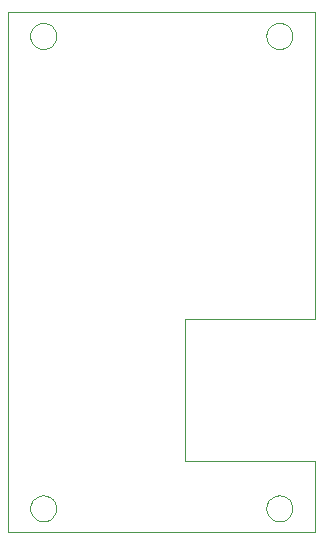
<source format=gko>
G75*
G70*
%OFA0B0*%
%FSLAX24Y24*%
%IPPOS*%
%LPD*%
%AMOC8*
5,1,8,0,0,1.08239X$1,22.5*
%
%ADD10C,0.0000*%
D10*
X003487Y002923D02*
X003487Y020246D01*
X013723Y020246D01*
X013723Y010009D01*
X009393Y010009D01*
X009393Y005285D01*
X013723Y005285D01*
X013723Y002923D01*
X003487Y002923D01*
X004235Y003710D02*
X004237Y003751D01*
X004243Y003792D01*
X004253Y003832D01*
X004266Y003871D01*
X004283Y003908D01*
X004304Y003944D01*
X004328Y003978D01*
X004355Y004009D01*
X004384Y004037D01*
X004417Y004063D01*
X004451Y004085D01*
X004488Y004104D01*
X004526Y004119D01*
X004566Y004131D01*
X004606Y004139D01*
X004647Y004143D01*
X004689Y004143D01*
X004730Y004139D01*
X004770Y004131D01*
X004810Y004119D01*
X004848Y004104D01*
X004884Y004085D01*
X004919Y004063D01*
X004952Y004037D01*
X004981Y004009D01*
X005008Y003978D01*
X005032Y003944D01*
X005053Y003908D01*
X005070Y003871D01*
X005083Y003832D01*
X005093Y003792D01*
X005099Y003751D01*
X005101Y003710D01*
X005099Y003669D01*
X005093Y003628D01*
X005083Y003588D01*
X005070Y003549D01*
X005053Y003512D01*
X005032Y003476D01*
X005008Y003442D01*
X004981Y003411D01*
X004952Y003383D01*
X004919Y003357D01*
X004885Y003335D01*
X004848Y003316D01*
X004810Y003301D01*
X004770Y003289D01*
X004730Y003281D01*
X004689Y003277D01*
X004647Y003277D01*
X004606Y003281D01*
X004566Y003289D01*
X004526Y003301D01*
X004488Y003316D01*
X004452Y003335D01*
X004417Y003357D01*
X004384Y003383D01*
X004355Y003411D01*
X004328Y003442D01*
X004304Y003476D01*
X004283Y003512D01*
X004266Y003549D01*
X004253Y003588D01*
X004243Y003628D01*
X004237Y003669D01*
X004235Y003710D01*
X012109Y003710D02*
X012111Y003751D01*
X012117Y003792D01*
X012127Y003832D01*
X012140Y003871D01*
X012157Y003908D01*
X012178Y003944D01*
X012202Y003978D01*
X012229Y004009D01*
X012258Y004037D01*
X012291Y004063D01*
X012325Y004085D01*
X012362Y004104D01*
X012400Y004119D01*
X012440Y004131D01*
X012480Y004139D01*
X012521Y004143D01*
X012563Y004143D01*
X012604Y004139D01*
X012644Y004131D01*
X012684Y004119D01*
X012722Y004104D01*
X012758Y004085D01*
X012793Y004063D01*
X012826Y004037D01*
X012855Y004009D01*
X012882Y003978D01*
X012906Y003944D01*
X012927Y003908D01*
X012944Y003871D01*
X012957Y003832D01*
X012967Y003792D01*
X012973Y003751D01*
X012975Y003710D01*
X012973Y003669D01*
X012967Y003628D01*
X012957Y003588D01*
X012944Y003549D01*
X012927Y003512D01*
X012906Y003476D01*
X012882Y003442D01*
X012855Y003411D01*
X012826Y003383D01*
X012793Y003357D01*
X012759Y003335D01*
X012722Y003316D01*
X012684Y003301D01*
X012644Y003289D01*
X012604Y003281D01*
X012563Y003277D01*
X012521Y003277D01*
X012480Y003281D01*
X012440Y003289D01*
X012400Y003301D01*
X012362Y003316D01*
X012326Y003335D01*
X012291Y003357D01*
X012258Y003383D01*
X012229Y003411D01*
X012202Y003442D01*
X012178Y003476D01*
X012157Y003512D01*
X012140Y003549D01*
X012127Y003588D01*
X012117Y003628D01*
X012111Y003669D01*
X012109Y003710D01*
X013727Y014057D02*
X013727Y018457D01*
X012109Y019458D02*
X012111Y019499D01*
X012117Y019540D01*
X012127Y019580D01*
X012140Y019619D01*
X012157Y019656D01*
X012178Y019692D01*
X012202Y019726D01*
X012229Y019757D01*
X012258Y019785D01*
X012291Y019811D01*
X012325Y019833D01*
X012362Y019852D01*
X012400Y019867D01*
X012440Y019879D01*
X012480Y019887D01*
X012521Y019891D01*
X012563Y019891D01*
X012604Y019887D01*
X012644Y019879D01*
X012684Y019867D01*
X012722Y019852D01*
X012758Y019833D01*
X012793Y019811D01*
X012826Y019785D01*
X012855Y019757D01*
X012882Y019726D01*
X012906Y019692D01*
X012927Y019656D01*
X012944Y019619D01*
X012957Y019580D01*
X012967Y019540D01*
X012973Y019499D01*
X012975Y019458D01*
X012973Y019417D01*
X012967Y019376D01*
X012957Y019336D01*
X012944Y019297D01*
X012927Y019260D01*
X012906Y019224D01*
X012882Y019190D01*
X012855Y019159D01*
X012826Y019131D01*
X012793Y019105D01*
X012759Y019083D01*
X012722Y019064D01*
X012684Y019049D01*
X012644Y019037D01*
X012604Y019029D01*
X012563Y019025D01*
X012521Y019025D01*
X012480Y019029D01*
X012440Y019037D01*
X012400Y019049D01*
X012362Y019064D01*
X012326Y019083D01*
X012291Y019105D01*
X012258Y019131D01*
X012229Y019159D01*
X012202Y019190D01*
X012178Y019224D01*
X012157Y019260D01*
X012140Y019297D01*
X012127Y019336D01*
X012117Y019376D01*
X012111Y019417D01*
X012109Y019458D01*
X004235Y019458D02*
X004237Y019499D01*
X004243Y019540D01*
X004253Y019580D01*
X004266Y019619D01*
X004283Y019656D01*
X004304Y019692D01*
X004328Y019726D01*
X004355Y019757D01*
X004384Y019785D01*
X004417Y019811D01*
X004451Y019833D01*
X004488Y019852D01*
X004526Y019867D01*
X004566Y019879D01*
X004606Y019887D01*
X004647Y019891D01*
X004689Y019891D01*
X004730Y019887D01*
X004770Y019879D01*
X004810Y019867D01*
X004848Y019852D01*
X004884Y019833D01*
X004919Y019811D01*
X004952Y019785D01*
X004981Y019757D01*
X005008Y019726D01*
X005032Y019692D01*
X005053Y019656D01*
X005070Y019619D01*
X005083Y019580D01*
X005093Y019540D01*
X005099Y019499D01*
X005101Y019458D01*
X005099Y019417D01*
X005093Y019376D01*
X005083Y019336D01*
X005070Y019297D01*
X005053Y019260D01*
X005032Y019224D01*
X005008Y019190D01*
X004981Y019159D01*
X004952Y019131D01*
X004919Y019105D01*
X004885Y019083D01*
X004848Y019064D01*
X004810Y019049D01*
X004770Y019037D01*
X004730Y019029D01*
X004689Y019025D01*
X004647Y019025D01*
X004606Y019029D01*
X004566Y019037D01*
X004526Y019049D01*
X004488Y019064D01*
X004452Y019083D01*
X004417Y019105D01*
X004384Y019131D01*
X004355Y019159D01*
X004328Y019190D01*
X004304Y019224D01*
X004283Y019260D01*
X004266Y019297D01*
X004253Y019336D01*
X004243Y019376D01*
X004237Y019417D01*
X004235Y019458D01*
M02*

</source>
